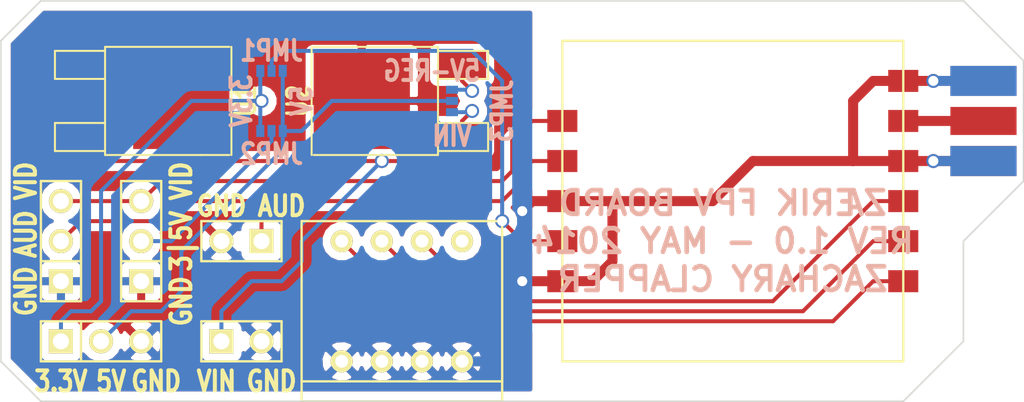
<source format=kicad_pcb>
(kicad_pcb (version 3) (host pcbnew "(2013-07-07 BZR 4022)-stable")

  (general
    (links 38)
    (no_connects 0)
    (area 13.88231 13.919999 80.839 41.469)
    (thickness 1.6)
    (drawings 33)
    (tracks 117)
    (zones 0)
    (modules 14)
    (nets 14)
  )

  (page A3)
  (layers
    (15 F.Cu signal hide)
    (0 B.Cu signal)
    (16 B.Adhes user)
    (17 F.Adhes user)
    (18 B.Paste user)
    (19 F.Paste user)
    (20 B.SilkS user)
    (21 F.SilkS user hide)
    (22 B.Mask user)
    (23 F.Mask user)
    (24 Dwgs.User user)
    (25 Cmts.User user)
    (26 Eco1.User user)
    (27 Eco2.User user)
    (28 Edge.Cuts user)
  )

  (setup
    (last_trace_width 0.254)
    (user_trace_width 0.635)
    (trace_clearance 0.254)
    (zone_clearance 0.508)
    (zone_45_only no)
    (trace_min 0.254)
    (segment_width 0.2)
    (edge_width 0.1)
    (via_size 0.889)
    (via_drill 0.635)
    (via_min_size 0.889)
    (via_min_drill 0.508)
    (uvia_size 0.508)
    (uvia_drill 0.127)
    (uvias_allowed no)
    (uvia_min_size 0.508)
    (uvia_min_drill 0.127)
    (pcb_text_width 0.3)
    (pcb_text_size 1.5 1.5)
    (mod_edge_width 0.15)
    (mod_text_size 1 1)
    (mod_text_width 0.15)
    (pad_size 0.508 0.762)
    (pad_drill 0)
    (pad_to_mask_clearance 0)
    (aux_axis_origin 0 0)
    (visible_elements 7FFFDABF)
    (pcbplotparams
      (layerselection 3178497)
      (usegerberextensions true)
      (excludeedgelayer true)
      (linewidth 0.150000)
      (plotframeref false)
      (viasonmask false)
      (mode 1)
      (useauxorigin false)
      (hpglpennumber 1)
      (hpglpenspeed 20)
      (hpglpendiameter 15)
      (hpglpenoverlay 2)
      (psnegative false)
      (psa4output false)
      (plotreference true)
      (plotvalue true)
      (plotothertext true)
      (plotinvisibletext false)
      (padsonsilk false)
      (subtractmaskfromsilk false)
      (outputformat 1)
      (mirror false)
      (drillshape 1)
      (scaleselection 1)
      (outputdirectory ""))
  )

  (net 0 "")
  (net 1 +3.3V)
  (net 2 +5V)
  (net 3 /AUDIO)
  (net 4 /V++)
  (net 5 /VIDEO)
  (net 6 GND)
  (net 7 N-000001)
  (net 8 N-0000011)
  (net 9 N-000002)
  (net 10 N-000003)
  (net 11 N-000006)
  (net 12 N-000007)
  (net 13 N-000009)

  (net_class Default "This is the default net class."
    (clearance 0.254)
    (trace_width 0.254)
    (via_dia 0.889)
    (via_drill 0.635)
    (uvia_dia 0.508)
    (uvia_drill 0.127)
    (add_net "")
    (add_net +3.3V)
    (add_net +5V)
    (add_net /AUDIO)
    (add_net /V++)
    (add_net /VIDEO)
    (add_net GND)
    (add_net N-000001)
    (add_net N-0000011)
    (add_net N-000002)
    (add_net N-000003)
    (add_net N-000006)
    (add_net N-000007)
    (add_net N-000009)
  )

  (module PIN_ARRAY_3X1 (layer F.Cu) (tedit 5383760A) (tstamp 53825B5C)
    (at 22.86 29.21 90)
    (descr "Connecteur 3 pins")
    (tags "CONN DEV")
    (path /5381641C)
    (fp_text reference K1 (at 0.254 -2.159 90) (layer F.SilkS) hide
      (effects (font (size 1.016 1.016) (thickness 0.1524)))
    )
    (fp_text value CONN_3 (at 0 -2.159 90) (layer F.SilkS) hide
      (effects (font (size 1.016 1.016) (thickness 0.1524)))
    )
    (fp_line (start -3.81 1.27) (end -3.81 -1.27) (layer F.SilkS) (width 0.1524))
    (fp_line (start -3.81 -1.27) (end 3.81 -1.27) (layer F.SilkS) (width 0.1524))
    (fp_line (start 3.81 -1.27) (end 3.81 1.27) (layer F.SilkS) (width 0.1524))
    (fp_line (start 3.81 1.27) (end -3.81 1.27) (layer F.SilkS) (width 0.1524))
    (fp_line (start -1.27 -1.27) (end -1.27 1.27) (layer F.SilkS) (width 0.1524))
    (pad 1 thru_hole rect (at -2.54 0 90) (size 1.524 1.524) (drill 1.016)
      (layers *.Cu *.Mask F.SilkS)
      (net 6 GND)
    )
    (pad 2 thru_hole circle (at 0 0 90) (size 1.524 1.524) (drill 1.016)
      (layers *.Cu *.Mask F.SilkS)
      (net 8 N-0000011)
    )
    (pad 3 thru_hole circle (at 2.54 0 90) (size 1.524 1.524) (drill 1.016)
      (layers *.Cu *.Mask F.SilkS)
      (net 5 /VIDEO)
    )
    (model pin_array/pins_array_3x1.wrl
      (at (xyz 0 0 0))
      (scale (xyz 1 1 1))
      (rotate (xyz 0 0 0))
    )
  )

  (module PIN_ARRAY_3X1 (layer F.Cu) (tedit 53837486) (tstamp 53825B68)
    (at 17.78 29.21 90)
    (descr "Connecteur 3 pins")
    (tags "CONN DEV")
    (path /53818345)
    (fp_text reference K2 (at 0.254 -2.159 90) (layer F.SilkS) hide
      (effects (font (size 1.016 1.016) (thickness 0.1524)))
    )
    (fp_text value CONN_3 (at 0 -2.159 90) (layer F.SilkS) hide
      (effects (font (size 1.016 1.016) (thickness 0.1524)))
    )
    (fp_line (start -3.81 1.27) (end -3.81 -1.27) (layer F.SilkS) (width 0.1524))
    (fp_line (start -3.81 -1.27) (end 3.81 -1.27) (layer F.SilkS) (width 0.1524))
    (fp_line (start 3.81 -1.27) (end 3.81 1.27) (layer F.SilkS) (width 0.1524))
    (fp_line (start 3.81 1.27) (end -3.81 1.27) (layer F.SilkS) (width 0.1524))
    (fp_line (start -1.27 -1.27) (end -1.27 1.27) (layer F.SilkS) (width 0.1524))
    (pad 1 thru_hole rect (at -2.54 0 90) (size 1.524 1.524) (drill 1.016)
      (layers *.Cu *.Mask F.SilkS)
      (net 6 GND)
    )
    (pad 2 thru_hole circle (at 0 0 90) (size 1.524 1.524) (drill 1.016)
      (layers *.Cu *.Mask F.SilkS)
      (net 3 /AUDIO)
    )
    (pad 3 thru_hole circle (at 2.54 0 90) (size 1.524 1.524) (drill 1.016)
      (layers *.Cu *.Mask F.SilkS)
      (net 5 /VIDEO)
    )
    (model pin_array/pins_array_3x1.wrl
      (at (xyz 0 0 0))
      (scale (xyz 1 1 1))
      (rotate (xyz 0 0 0))
    )
  )

  (module PIN_ARRAY_3X1 (layer F.Cu) (tedit 53837613) (tstamp 53825B74)
    (at 20.32 35.56)
    (descr "Connecteur 3 pins")
    (tags "CONN DEV")
    (path /53818379)
    (fp_text reference K3 (at 0.254 -2.159) (layer F.SilkS) hide
      (effects (font (size 1.016 1.016) (thickness 0.1524)))
    )
    (fp_text value CONN_3 (at 0 -2.159) (layer F.SilkS) hide
      (effects (font (size 1.016 1.016) (thickness 0.1524)))
    )
    (fp_line (start -3.81 1.27) (end -3.81 -1.27) (layer F.SilkS) (width 0.1524))
    (fp_line (start -3.81 -1.27) (end 3.81 -1.27) (layer F.SilkS) (width 0.1524))
    (fp_line (start 3.81 -1.27) (end 3.81 1.27) (layer F.SilkS) (width 0.1524))
    (fp_line (start 3.81 1.27) (end -3.81 1.27) (layer F.SilkS) (width 0.1524))
    (fp_line (start -1.27 -1.27) (end -1.27 1.27) (layer F.SilkS) (width 0.1524))
    (pad 1 thru_hole rect (at -2.54 0) (size 1.524 1.524) (drill 1.016)
      (layers *.Cu *.Mask F.SilkS)
      (net 1 +3.3V)
    )
    (pad 2 thru_hole circle (at 0 0) (size 1.524 1.524) (drill 1.016)
      (layers *.Cu *.Mask F.SilkS)
      (net 2 +5V)
    )
    (pad 3 thru_hole circle (at 2.54 0) (size 1.524 1.524) (drill 1.016)
      (layers *.Cu *.Mask F.SilkS)
      (net 6 GND)
    )
    (model pin_array/pins_array_3x1.wrl
      (at (xyz 0 0 0))
      (scale (xyz 1 1 1))
      (rotate (xyz 0 0 0))
    )
  )

  (module PIN_ARRAY_2X1 (layer F.Cu) (tedit 53837620) (tstamp 53825B7E)
    (at 29.21 35.56)
    (descr "Connecteurs 2 pins")
    (tags "CONN DEV")
    (path /53815D0B)
    (fp_text reference P1 (at 0 -1.905) (layer F.SilkS) hide
      (effects (font (size 0.762 0.762) (thickness 0.1524)))
    )
    (fp_text value CONN_2 (at 0 -1.905) (layer F.SilkS) hide
      (effects (font (size 0.762 0.762) (thickness 0.1524)))
    )
    (fp_line (start -2.54 1.27) (end -2.54 -1.27) (layer F.SilkS) (width 0.1524))
    (fp_line (start -2.54 -1.27) (end 2.54 -1.27) (layer F.SilkS) (width 0.1524))
    (fp_line (start 2.54 -1.27) (end 2.54 1.27) (layer F.SilkS) (width 0.1524))
    (fp_line (start 2.54 1.27) (end -2.54 1.27) (layer F.SilkS) (width 0.1524))
    (pad 1 thru_hole rect (at -1.27 0) (size 1.524 1.524) (drill 1.016)
      (layers *.Cu *.Mask F.SilkS)
      (net 4 /V++)
    )
    (pad 2 thru_hole circle (at 1.27 0) (size 1.524 1.524) (drill 1.016)
      (layers *.Cu *.Mask F.SilkS)
      (net 6 GND)
    )
    (model pin_array/pins_array_2x1.wrl
      (at (xyz 0 0 0))
      (scale (xyz 1 1 1))
      (rotate (xyz 0 0 0))
    )
  )

  (module PIN_ARRAY_2X1 (layer F.Cu) (tedit 5383761B) (tstamp 53825B88)
    (at 29.21 29.21 180)
    (descr "Connecteurs 2 pins")
    (tags "CONN DEV")
    (path /5381644E)
    (fp_text reference P2 (at 0 -1.905 180) (layer F.SilkS) hide
      (effects (font (size 0.762 0.762) (thickness 0.1524)))
    )
    (fp_text value CONN_2 (at 0 -1.905 180) (layer F.SilkS) hide
      (effects (font (size 0.762 0.762) (thickness 0.1524)))
    )
    (fp_line (start -2.54 1.27) (end -2.54 -1.27) (layer F.SilkS) (width 0.1524))
    (fp_line (start -2.54 -1.27) (end 2.54 -1.27) (layer F.SilkS) (width 0.1524))
    (fp_line (start 2.54 -1.27) (end 2.54 1.27) (layer F.SilkS) (width 0.1524))
    (fp_line (start 2.54 1.27) (end -2.54 1.27) (layer F.SilkS) (width 0.1524))
    (pad 1 thru_hole rect (at -1.27 0 180) (size 1.524 1.524) (drill 1.016)
      (layers *.Cu *.Mask F.SilkS)
      (net 3 /AUDIO)
    )
    (pad 2 thru_hole circle (at 1.27 0 180) (size 1.524 1.524) (drill 1.016)
      (layers *.Cu *.Mask F.SilkS)
      (net 6 GND)
    )
    (model pin_array/pins_array_2x1.wrl
      (at (xyz 0 0 0))
      (scale (xyz 1 1 1))
      (rotate (xyz 0 0 0))
    )
  )

  (module 4-SW_DIP (layer F.Cu) (tedit 538375E9) (tstamp 53825BBF)
    (at 39.37 33.02)
    (path /5381A201)
    (fp_text reference SW3 (at 0 -6.35) (layer F.SilkS) hide
      (effects (font (size 1 1) (thickness 0.15)))
    )
    (fp_text value 4-SW_DIP (at 0 7.62) (layer F.SilkS) hide
      (effects (font (size 1 1) (thickness 0.15)))
    )
    (fp_line (start -6.35 5.08) (end -6.35 6.35) (layer F.SilkS) (width 0.15))
    (fp_line (start -6.35 6.35) (end 6.35 6.35) (layer F.SilkS) (width 0.15))
    (fp_line (start 6.35 6.35) (end 6.35 5.08) (layer F.SilkS) (width 0.15))
    (fp_line (start -6.35 -5.08) (end 6.35 -5.08) (layer F.SilkS) (width 0.15))
    (fp_line (start 6.35 -5.08) (end 6.35 5.08) (layer F.SilkS) (width 0.15))
    (fp_line (start 6.35 5.08) (end -6.35 5.08) (layer F.SilkS) (width 0.15))
    (fp_line (start -6.35 5.08) (end -6.35 -5.08) (layer F.SilkS) (width 0.15))
    (pad 1 thru_hole circle (at -3.81 -3.81) (size 1.397 1.397) (drill 0.8128)
      (layers *.Cu *.Mask F.SilkS)
      (net 9 N-000002)
    )
    (pad 2 thru_hole circle (at -1.27 -3.81) (size 1.397 1.397) (drill 0.8128)
      (layers *.Cu *.Mask F.SilkS)
      (net 7 N-000001)
    )
    (pad 3 thru_hole circle (at 1.27 -3.81) (size 1.397 1.397) (drill 0.8128)
      (layers *.Cu *.Mask F.SilkS)
      (net 10 N-000003)
    )
    (pad 4 thru_hole circle (at 3.81 -3.81) (size 1.397 1.397) (drill 0.8128)
      (layers *.Cu *.Mask F.SilkS)
    )
    (pad 5 thru_hole circle (at -3.81 3.81) (size 1.397 1.397) (drill 0.8128)
      (layers *.Cu *.Mask F.SilkS)
      (net 6 GND)
    )
    (pad 6 thru_hole circle (at -1.27 3.81) (size 1.397 1.397) (drill 0.8128)
      (layers *.Cu *.Mask F.SilkS)
      (net 6 GND)
    )
    (pad 7 thru_hole circle (at 1.27 3.81) (size 1.397 1.397) (drill 0.8128)
      (layers *.Cu *.Mask F.SilkS)
      (net 6 GND)
    )
    (pad 8 thru_hole circle (at 3.81 3.81) (size 1.397 1.397) (drill 0.8128)
      (layers *.Cu *.Mask F.SilkS)
      (net 6 GND)
    )
  )

  (module TX_5800_200 (layer F.Cu) (tedit 538375F0) (tstamp 53825E7B)
    (at 60.96 26.67)
    (path /53818C31)
    (fp_text reference U3 (at 0 -11.43) (layer F.SilkS) hide
      (effects (font (size 1 1) (thickness 0.15)))
    )
    (fp_text value TX-5800-200 (at 0 11.43) (layer F.SilkS) hide
      (effects (font (size 1 1) (thickness 0.15)))
    )
    (fp_line (start -11.43 8.89) (end -11.43 10.16) (layer F.SilkS) (width 0.15))
    (fp_line (start -11.43 10.16) (end 10.16 10.16) (layer F.SilkS) (width 0.15))
    (fp_line (start 10.16 10.16) (end 10.16 8.89) (layer F.SilkS) (width 0.15))
    (fp_line (start 10.16 -10.16) (end 10.16 -8.89) (layer F.SilkS) (width 0.15))
    (fp_line (start 10.16 -10.16) (end -11.43 -10.16) (layer F.SilkS) (width 0.15))
    (fp_line (start -11.43 -10.16) (end -11.43 -8.89) (layer F.SilkS) (width 0.15))
    (fp_line (start -11.43 -8.89) (end -11.43 8.89) (layer F.SilkS) (width 0.15))
    (fp_line (start 10.16 8.89) (end 10.16 -8.89) (layer F.SilkS) (width 0.15))
    (pad 1 smd rect (at -11.43 -5.08) (size 1.905 1.397)
      (layers F.Cu F.Paste F.Mask)
      (net 5 /VIDEO)
    )
    (pad 2 smd rect (at -11.43 -2.54) (size 1.905 1.397)
      (layers F.Cu F.Paste F.Mask)
      (net 3 /AUDIO)
    )
    (pad 3 smd rect (at -11.43 0) (size 1.905 1.397)
      (layers F.Cu F.Paste F.Mask)
      (net 6 GND)
    )
    (pad 4 smd rect (at -11.43 2.54) (size 1.905 1.397)
      (layers F.Cu F.Paste F.Mask)
      (net 13 N-000009)
    )
    (pad 5 smd rect (at -11.43 5.08) (size 1.905 1.397)
      (layers F.Cu F.Paste F.Mask)
      (net 6 GND)
    )
    (pad 6 smd rect (at 10.16 5.08) (size 1.905 1.397)
      (layers F.Cu F.Paste F.Mask)
      (net 9 N-000002)
    )
    (pad 7 smd rect (at 10.16 2.54) (size 1.905 1.397)
      (layers F.Cu F.Paste F.Mask)
      (net 7 N-000001)
    )
    (pad 8 smd rect (at 10.16 0) (size 1.905 1.397)
      (layers F.Cu F.Paste F.Mask)
      (net 10 N-000003)
    )
    (pad 9 smd rect (at 10.16 -2.54) (size 1.905 1.397)
      (layers F.Cu F.Paste F.Mask)
      (net 6 GND)
    )
    (pad 10 smd rect (at 10.16 -5.08) (size 1.905 1.397)
      (layers F.Cu F.Paste F.Mask)
      (net 11 N-000006)
    )
    (pad 11 smd rect (at 10.16 -7.62) (size 1.905 1.397)
      (layers F.Cu F.Paste F.Mask)
      (net 6 GND)
    )
  )

  (module DPAK2_L78M05 (layer F.Cu) (tedit 53826593) (tstamp 538264C8)
    (at 43.18 20.32 90)
    (descr "MOS boitier DPACK G-D-S")
    (tags "CMD DPACK")
    (path /5381889D)
    (attr smd)
    (fp_text reference U2 (at 0 -10.414 90) (layer F.SilkS)
      (effects (font (size 1.27 1.016) (thickness 0.2032)))
    )
    (fp_text value L78M05 (at 0 -2.413 90) (layer F.SilkS) hide
      (effects (font (size 1.016 1.016) (thickness 0.2032)))
    )
    (fp_line (start 1.397 -1.524) (end 1.397 1.651) (layer F.SilkS) (width 0.127))
    (fp_line (start 1.397 1.651) (end 3.175 1.651) (layer F.SilkS) (width 0.127))
    (fp_line (start 3.175 1.651) (end 3.175 -1.524) (layer F.SilkS) (width 0.127))
    (fp_line (start -3.175 -1.524) (end -3.175 1.651) (layer F.SilkS) (width 0.127))
    (fp_line (start -3.175 1.651) (end -1.397 1.651) (layer F.SilkS) (width 0.127))
    (fp_line (start -1.397 1.651) (end -1.397 -1.524) (layer F.SilkS) (width 0.127))
    (fp_line (start 3.429 -7.62) (end 3.429 -1.524) (layer F.SilkS) (width 0.127))
    (fp_line (start 3.429 -1.524) (end -3.429 -1.524) (layer F.SilkS) (width 0.127))
    (fp_line (start -3.429 -1.524) (end -3.429 -9.398) (layer F.SilkS) (width 0.127))
    (fp_line (start -3.429 -9.525) (end 3.429 -9.525) (layer F.SilkS) (width 0.127))
    (fp_line (start 3.429 -9.398) (end 3.429 -7.62) (layer F.SilkS) (width 0.127))
    (pad VI smd rect (at -2.286 0 90) (size 1.651 3.048)
      (layers F.Cu F.Paste F.Mask)
      (net 4 /V++)
    )
    (pad GND smd rect (at 0 -6.35 90) (size 6.096 6.096)
      (layers F.Cu F.Paste F.Mask)
      (net 6 GND)
    )
    (pad VO smd rect (at 2.286 0 90) (size 1.651 3.048)
      (layers F.Cu F.Paste F.Mask)
      (net 12 N-000007)
    )
    (model smd/dpack_2.wrl
      (at (xyz 0 0 0))
      (scale (xyz 1 1 1))
      (rotate (xyz 0 0 0))
    )
  )

  (module DPAK2_LD1117DT33 (layer F.Cu) (tedit 53826589) (tstamp 53826545)
    (at 19.05 20.32 270)
    (descr "MOS boitier DPACK G-D-S")
    (tags "CMD DPACK")
    (path /538187FC)
    (attr smd)
    (fp_text reference U1 (at 0 -10.414 270) (layer F.SilkS)
      (effects (font (size 1.27 1.016) (thickness 0.2032)))
    )
    (fp_text value LD1117DT33 (at 0 -2.413 270) (layer F.SilkS) hide
      (effects (font (size 1 1) (thickness 0.15)))
    )
    (fp_line (start 1.397 -1.524) (end 1.397 1.651) (layer F.SilkS) (width 0.127))
    (fp_line (start 1.397 1.651) (end 3.175 1.651) (layer F.SilkS) (width 0.127))
    (fp_line (start 3.175 1.651) (end 3.175 -1.524) (layer F.SilkS) (width 0.127))
    (fp_line (start -3.175 -1.524) (end -3.175 1.651) (layer F.SilkS) (width 0.127))
    (fp_line (start -3.175 1.651) (end -1.397 1.651) (layer F.SilkS) (width 0.127))
    (fp_line (start -1.397 1.651) (end -1.397 -1.524) (layer F.SilkS) (width 0.127))
    (fp_line (start 3.429 -7.62) (end 3.429 -1.524) (layer F.SilkS) (width 0.127))
    (fp_line (start 3.429 -1.524) (end -3.429 -1.524) (layer F.SilkS) (width 0.127))
    (fp_line (start -3.429 -1.524) (end -3.429 -9.398) (layer F.SilkS) (width 0.127))
    (fp_line (start -3.429 -9.525) (end 3.429 -9.525) (layer F.SilkS) (width 0.127))
    (fp_line (start 3.429 -9.398) (end 3.429 -7.62) (layer F.SilkS) (width 0.127))
    (pad GND smd rect (at -2.286 0 270) (size 1.651 3.048)
      (layers F.Cu F.Paste F.Mask)
      (net 6 GND)
    )
    (pad VO smd rect (at 0 -6.35 270) (size 6.096 6.096)
      (layers F.Cu F.Paste F.Mask)
      (net 1 +3.3V)
    )
    (pad VI smd rect (at 2.286 0 270) (size 1.651 3.048)
      (layers F.Cu F.Paste F.Mask)
      (net 4 /V++)
    )
    (model smd/dpack_2.wrl
      (at (xyz 0 0 0))
      (scale (xyz 1 1 1))
      (rotate (xyz 0 0 0))
    )
  )

  (module RP-SMA_board_mount (layer F.Cu) (tedit 538373AB) (tstamp 53826DF6)
    (at 76.2 21.59 90)
    (path /53826CEB)
    (fp_text reference K4 (at -5.08 0 90) (layer F.SilkS) hide
      (effects (font (size 1 1) (thickness 0.15)))
    )
    (fp_text value CONN_3 (at 0 3.81 90) (layer F.SilkS) hide
      (effects (font (size 1 1) (thickness 0.15)))
    )
    (pad 1 smd rect (at -2.54 0 90) (size 1.905 4.191)
      (layers F.Cu F.Paste F.Mask)
      (net 6 GND)
    )
    (pad 2 smd rect (at 0 0 90) (size 1.778 4.191)
      (layers F.Cu F.Paste F.Mask)
      (net 11 N-000006)
    )
    (pad 3 smd rect (at 2.54 0 90) (size 1.905 4.191)
      (layers F.Cu F.Paste F.Mask)
      (net 6 GND)
    )
  )

  (module RP-SMA_board_mount_back (layer B.Cu) (tedit 538523D4) (tstamp 53842EED)
    (at 76.2 21.59 90)
    (path /53826CEB)
    (fp_text reference KB4 (at 0 3.81 90) (layer B.SilkS) hide
      (effects (font (size 1 1) (thickness 0.15)) (justify mirror))
    )
    (fp_text value CONN_3 (at 0 -3.81 90) (layer B.SilkS) hide
      (effects (font (size 1 1) (thickness 0.15)) (justify mirror))
    )
    (pad 1 smd rect (at -2.54 0 90) (size 1.905 4.191)
      (layers B.Cu B.Paste B.Mask)
      (net 6 GND)
    )
    (pad 3 smd rect (at 2.54 0 90) (size 1.905 4.191)
      (layers B.Cu B.Paste B.Mask)
      (net 6 GND)
    )
  )

  (module solder_jumper_3 (layer B.Cu) (tedit 53853788) (tstamp 538521DE)
    (at 42.545 20.32 90)
    (path /53851F8C)
    (fp_text reference SW4 (at 0 1.905 90) (layer B.SilkS) hide
      (effects (font (size 1 1) (thickness 0.15)) (justify mirror))
    )
    (fp_text value SWITCH_INV (at 0 -1.905 90) (layer B.SilkS) hide
      (effects (font (size 1 1) (thickness 0.15)) (justify mirror))
    )
    (pad 3 smd rect (at 0.7112 0 90) (size 0.508 0.762)
      (layers B.Cu B.Paste B.Mask)
      (net 12 N-000007)
      (clearance 0.0254)
    )
    (pad 2 smd rect (at 0 0 90) (size 0.508 0.762)
      (layers B.Cu B.Paste B.Mask)
      (net 2 +5V)
      (clearance 0.0254)
    )
    (pad 1 smd rect (at -0.7112 0 90) (size 0.508 0.762)
      (layers B.Cu B.Paste B.Mask)
      (net 4 /V++)
      (clearance 0.0254)
    )
  )

  (module solder_jumper_3 (layer B.Cu) (tedit 53853783) (tstamp 538523B2)
    (at 31.115 22.225)
    (path /5381A7B1)
    (fp_text reference SW1 (at 0 1.905) (layer B.SilkS) hide
      (effects (font (size 1 1) (thickness 0.15)) (justify mirror))
    )
    (fp_text value SWITCH_INV (at 0 -1.905) (layer B.SilkS) hide
      (effects (font (size 1 1) (thickness 0.15)) (justify mirror))
    )
    (pad 3 smd rect (at 0.7112 0) (size 0.508 0.762)
      (layers B.Cu B.Paste B.Mask)
      (net 2 +5V)
      (clearance 0.0254)
    )
    (pad 2 smd rect (at 0 0) (size 0.508 0.762)
      (layers B.Cu B.Paste B.Mask)
      (net 8 N-0000011)
      (clearance 0.0254)
    )
    (pad 1 smd rect (at -0.7112 0) (size 0.508 0.762)
      (layers B.Cu B.Paste B.Mask)
      (net 1 +3.3V)
      (clearance 0.0254)
    )
  )

  (module solder_jumper_3 (layer B.Cu) (tedit 5385377D) (tstamp 538523B9)
    (at 31.115 18.415)
    (path /5381A7CF)
    (fp_text reference SW2 (at 0 1.905) (layer B.SilkS) hide
      (effects (font (size 1 1) (thickness 0.15)) (justify mirror))
    )
    (fp_text value SWITCH_INV (at 0 -1.905) (layer B.SilkS) hide
      (effects (font (size 1 1) (thickness 0.15)) (justify mirror))
    )
    (pad 3 smd rect (at 0.7112 0) (size 0.508 0.762)
      (layers B.Cu B.Paste B.Mask)
      (net 2 +5V)
      (clearance 0.0254)
    )
    (pad 2 smd rect (at 0 0) (size 0.508 0.762)
      (layers B.Cu B.Paste B.Mask)
      (net 13 N-000009)
      (clearance 0.0254)
    )
    (pad 1 smd rect (at -0.7112 0) (size 0.508 0.762)
      (layers B.Cu B.Paste B.Mask)
      (net 1 +3.3V)
      (clearance 0.0254)
    )
  )

  (gr_text "ZÆRIK FPV BOARD\nREV 1.0 - MAY 2014\nZACHARY CLAPPER" (at 59.69 29.21) (layer B.SilkS)
    (effects (font (size 1.5 1.5) (thickness 0.3)) (justify mirror))
  )
  (gr_text JMP3 (at 45.72 20.955 90) (layer B.SilkS)
    (effects (font (size 1.27 1.016) (thickness 0.254)) (justify mirror))
  )
  (gr_text JMP2 (at 31.115 23.6855) (layer B.SilkS)
    (effects (font (size 1.27 1.016) (thickness 0.254)) (justify mirror))
  )
  (gr_text JMP1 (at 31.115 17.145) (layer B.SilkS)
    (effects (font (size 1.27 1.016) (thickness 0.254)) (justify mirror))
  )
  (gr_text 5V-REG (at 41.275 18.415) (layer B.SilkS)
    (effects (font (size 1.27 1.016) (thickness 0.254)) (justify mirror))
  )
  (gr_text VIN (at 42.545 22.5425) (layer B.SilkS)
    (effects (font (size 1.27 1.016) (thickness 0.254)) (justify mirror))
  )
  (gr_text 5V (at 33.02 20.32 90) (layer B.SilkS)
    (effects (font (size 1.27 1.016) (thickness 0.254)) (justify mirror))
  )
  (gr_text 3.3V (at 29.21 20.32 90) (layer B.SilkS)
    (effects (font (size 1.27 1.016) (thickness 0.254)) (justify mirror))
  )
  (gr_text 3|5V (at 25.4 29.21 90) (layer F.SilkS)
    (effects (font (size 1.27 1.016) (thickness 0.254)))
  )
  (gr_text GND (at 27.94 26.9875) (layer F.SilkS)
    (effects (font (size 1.27 1.016) (thickness 0.254)))
  )
  (gr_text 5V (at 20.955 38.1) (layer F.SilkS)
    (effects (font (size 1.27 1.016) (thickness 0.254)))
  )
  (gr_text 3.3V (at 17.78 38.1) (layer F.SilkS)
    (effects (font (size 1.27 1.016) (thickness 0.254)))
  )
  (gr_text VID (at 25.4 25.4 90) (layer F.SilkS)
    (effects (font (size 1.27 1.016) (thickness 0.254)))
  )
  (gr_text GND (at 25.4 33.02 90) (layer F.SilkS)
    (effects (font (size 1.27 1.016) (thickness 0.254)))
  )
  (gr_text GND (at 23.8125 38.1) (layer F.SilkS)
    (effects (font (size 1.27 1.016) (thickness 0.254)))
  )
  (gr_text GND (at 15.5575 32.385 90) (layer F.SilkS)
    (effects (font (size 1.27 1.016) (thickness 0.254)))
  )
  (gr_text AUD (at 15.5575 28.7655 90) (layer F.SilkS)
    (effects (font (size 1.27 1.016) (thickness 0.254)))
  )
  (gr_text VID (at 15.5575 25.4 90) (layer F.SilkS)
    (effects (font (size 1.27 1.016) (thickness 0.254)))
  )
  (gr_text VIN (at 27.6225 38.1) (layer F.SilkS)
    (effects (font (size 1.27 1.016) (thickness 0.254)))
  )
  (gr_text GND (at 31.115 38.1) (layer F.SilkS)
    (effects (font (size 1.27 1.016) (thickness 0.254)))
  )
  (gr_text AUD (at 31.75 26.9875) (layer F.SilkS)
    (effects (font (size 1.27 1.016) (thickness 0.254)))
  )
  (gr_line (start 74.93 35.56) (end 71.12 39.37) (angle 90) (layer Edge.Cuts) (width 0.1))
  (gr_line (start 74.93 29.21) (end 74.93 35.56) (angle 90) (layer Edge.Cuts) (width 0.1))
  (gr_line (start 78.74 25.4) (end 74.93 29.21) (angle 90) (layer Edge.Cuts) (width 0.1))
  (gr_line (start 74.93 13.97) (end 71.12 13.97) (angle 90) (layer Edge.Cuts) (width 0.1))
  (gr_line (start 77.47 16.51) (end 74.93 13.97) (angle 90) (layer Edge.Cuts) (width 0.1))
  (gr_line (start 78.74 17.78) (end 78.74 25.4) (angle 90) (layer Edge.Cuts) (width 0.1))
  (gr_line (start 77.47 16.51) (end 78.74 17.78) (angle 90) (layer Edge.Cuts) (width 0.1))
  (gr_line (start 13.97 16.51) (end 13.97 36.83) (angle 90) (layer Edge.Cuts) (width 0.1))
  (gr_line (start 16.51 39.37) (end 13.97 36.83) (angle 90) (layer Edge.Cuts) (width 0.1))
  (gr_line (start 71.12 39.37) (end 16.51 39.37) (angle 90) (layer Edge.Cuts) (width 0.1))
  (gr_line (start 16.51 13.97) (end 71.12 13.97) (angle 90) (layer Edge.Cuts) (width 0.1))
  (gr_line (start 13.97 16.51) (end 16.51 13.97) (angle 90) (layer Edge.Cuts) (width 0.1))

  (segment (start 17.78 35.56) (end 17.78 34.29) (width 0.254) (layer B.Cu) (net 1))
  (segment (start 26.035 20.32) (end 30.48 20.32) (width 0.254) (layer B.Cu) (net 1) (tstamp 53852A87))
  (segment (start 20.32 26.035) (end 26.035 20.32) (width 0.254) (layer B.Cu) (net 1) (tstamp 53852A7E))
  (segment (start 20.32 33.02) (end 20.32 26.035) (width 0.254) (layer B.Cu) (net 1) (tstamp 53852A77))
  (segment (start 19.685 33.655) (end 20.32 33.02) (width 0.254) (layer B.Cu) (net 1) (tstamp 53852A74))
  (segment (start 18.415 33.655) (end 19.685 33.655) (width 0.254) (layer B.Cu) (net 1) (tstamp 53852A73))
  (segment (start 17.78 34.29) (end 18.415 33.655) (width 0.254) (layer B.Cu) (net 1) (tstamp 53852A6F))
  (segment (start 30.4038 22.225) (end 30.4038 20.3962) (width 0.254) (layer B.Cu) (net 1))
  (segment (start 30.4038 20.3962) (end 30.48 20.32) (width 0.254) (layer B.Cu) (net 1) (tstamp 538526F2))
  (segment (start 30.4038 18.415) (end 30.4038 20.2438) (width 0.254) (layer B.Cu) (net 1))
  (segment (start 30.4038 20.2438) (end 30.48 20.32) (width 0.254) (layer B.Cu) (net 1) (tstamp 538526EB))
  (segment (start 30.4038 20.3962) (end 30.48 20.32) (width 0.254) (layer B.Cu) (net 1) (tstamp 53852497))
  (segment (start 25.4 20.32) (end 30.48 20.32) (width 0.254) (layer F.Cu) (net 1))
  (via (at 30.48 20.32) (size 0.889) (layers F.Cu B.Cu) (net 1))
  (segment (start 20.32 35.56) (end 22.225 33.655) (width 0.254) (layer B.Cu) (net 2))
  (segment (start 31.8262 23.4188) (end 31.8262 22.225) (width 0.254) (layer B.Cu) (net 2) (tstamp 53852AB6))
  (segment (start 25.4 29.845) (end 31.8262 23.4188) (width 0.254) (layer B.Cu) (net 2) (tstamp 53852AB0))
  (segment (start 25.4 32.385) (end 25.4 29.845) (width 0.254) (layer B.Cu) (net 2) (tstamp 53852AA6))
  (segment (start 24.13 33.655) (end 25.4 32.385) (width 0.254) (layer B.Cu) (net 2) (tstamp 53852AA0))
  (segment (start 22.225 33.655) (end 24.13 33.655) (width 0.254) (layer B.Cu) (net 2) (tstamp 53852A9D))
  (segment (start 42.545 20.32) (end 34.925 20.32) (width 0.254) (layer B.Cu) (net 2))
  (segment (start 33.02 22.225) (end 31.8262 22.225) (width 0.254) (layer B.Cu) (net 2) (tstamp 538529A9))
  (segment (start 34.925 20.32) (end 33.02 22.225) (width 0.254) (layer B.Cu) (net 2) (tstamp 5385299F))
  (segment (start 31.8262 22.225) (end 31.8262 18.415) (width 0.254) (layer B.Cu) (net 2))
  (segment (start 30.48 29.21) (end 30.48 26.67) (width 0.254) (layer F.Cu) (net 3))
  (segment (start 49.53 24.13) (end 47.625 24.13) (width 0.254) (layer F.Cu) (net 3))
  (segment (start 19.05 27.94) (end 17.78 29.21) (width 0.254) (layer F.Cu) (net 3) (tstamp 53842FEB))
  (segment (start 24.13 27.94) (end 19.05 27.94) (width 0.254) (layer F.Cu) (net 3) (tstamp 53842FE9))
  (segment (start 25.4 26.67) (end 24.13 27.94) (width 0.254) (layer F.Cu) (net 3) (tstamp 53842FE7))
  (segment (start 45.72 26.67) (end 30.48 26.67) (width 0.254) (layer F.Cu) (net 3) (tstamp 53842FE5))
  (segment (start 30.48 26.67) (end 25.4 26.67) (width 0.254) (layer F.Cu) (net 3) (tstamp 538525AA))
  (segment (start 46.99 25.4) (end 45.72 26.67) (width 0.254) (layer F.Cu) (net 3) (tstamp 53842FE4))
  (segment (start 46.99 24.765) (end 46.99 25.4) (width 0.254) (layer F.Cu) (net 3) (tstamp 53842FE3))
  (segment (start 47.625 24.13) (end 46.99 24.765) (width 0.254) (layer F.Cu) (net 3) (tstamp 53842FE2))
  (segment (start 38.1 24.13) (end 40.005 24.13) (width 0.254) (layer F.Cu) (net 4))
  (segment (start 40.894 22.606) (end 43.18 22.606) (width 0.254) (layer F.Cu) (net 4) (tstamp 53852B76))
  (segment (start 40.64 22.86) (end 40.894 22.606) (width 0.254) (layer F.Cu) (net 4) (tstamp 53852B74))
  (segment (start 40.64 23.495) (end 40.64 22.86) (width 0.254) (layer F.Cu) (net 4) (tstamp 53852B72))
  (segment (start 40.005 24.13) (end 40.64 23.495) (width 0.254) (layer F.Cu) (net 4) (tstamp 53852B67))
  (segment (start 19.05 22.606) (end 19.05 24.13) (width 0.254) (layer F.Cu) (net 4))
  (via (at 38.1 24.13) (size 0.889) (layers F.Cu B.Cu) (net 4))
  (segment (start 19.05 24.13) (end 38.1 24.13) (width 0.254) (layer F.Cu) (net 4) (tstamp 53852AF5))
  (segment (start 27.94 35.56) (end 27.94 33.655) (width 0.254) (layer B.Cu) (net 4))
  (segment (start 33.02 29.21) (end 38.1 24.13) (width 0.254) (layer B.Cu) (net 4) (tstamp 53852A33))
  (segment (start 33.02 30.48) (end 33.02 29.21) (width 0.254) (layer B.Cu) (net 4) (tstamp 53852A30))
  (segment (start 31.75 31.75) (end 33.02 30.48) (width 0.254) (layer B.Cu) (net 4) (tstamp 53852A2D))
  (segment (start 29.845 31.75) (end 31.75 31.75) (width 0.254) (layer B.Cu) (net 4) (tstamp 53852A2B))
  (segment (start 27.94 33.655) (end 29.845 31.75) (width 0.254) (layer B.Cu) (net 4) (tstamp 53852A1F))
  (segment (start 42.545 21.0312) (end 43.7388 21.0312) (width 0.254) (layer B.Cu) (net 4))
  (segment (start 43.7388 21.0312) (end 43.815 20.955) (width 0.254) (layer B.Cu) (net 4) (tstamp 53852993))
  (via (at 43.815 20.955) (size 0.889) (layers F.Cu B.Cu) (net 4))
  (segment (start 43.815 20.955) (end 43.18 21.59) (width 0.254) (layer F.Cu) (net 4) (tstamp 53852996))
  (segment (start 43.18 21.59) (end 43.18 22.606) (width 0.254) (layer F.Cu) (net 4) (tstamp 53852997))
  (segment (start 49.53 21.59) (end 47.625 21.59) (width 0.254) (layer F.Cu) (net 5))
  (segment (start 24.13 25.4) (end 22.86 26.67) (width 0.254) (layer F.Cu) (net 5) (tstamp 53842FDD))
  (segment (start 45.72 25.4) (end 24.13 25.4) (width 0.254) (layer F.Cu) (net 5) (tstamp 53842FDC))
  (segment (start 46.355 24.765) (end 45.72 25.4) (width 0.254) (layer F.Cu) (net 5) (tstamp 53842FDB))
  (segment (start 46.355 22.86) (end 46.355 24.765) (width 0.254) (layer F.Cu) (net 5) (tstamp 53842FD9))
  (segment (start 47.625 21.59) (end 46.355 22.86) (width 0.254) (layer F.Cu) (net 5) (tstamp 53842FD7))
  (segment (start 22.86 26.67) (end 17.78 26.67) (width 0.254) (layer F.Cu) (net 5) (tstamp 53842FDF))
  (segment (start 49.53 31.75) (end 46.99 31.75) (width 0.635) (layer F.Cu) (net 6))
  (via (at 46.99 31.75) (size 0.889) (layers F.Cu B.Cu) (net 6))
  (segment (start 49.53 26.67) (end 47.625 26.67) (width 0.635) (layer F.Cu) (net 6))
  (segment (start 47.625 26.67) (end 46.99 27.305) (width 0.635) (layer F.Cu) (net 6) (tstamp 53852D80))
  (via (at 46.99 27.305) (size 0.889) (layers F.Cu B.Cu) (net 6))
  (segment (start 46.99 27.305) (end 46.99 31.75) (width 0.635) (layer B.Cu) (net 6) (tstamp 53852D86))
  (segment (start 45.72 36.83) (end 43.18 36.83) (width 0.635) (layer B.Cu) (net 6) (tstamp 53852D8F))
  (segment (start 46.99 31.75) (end 46.99 35.56) (width 0.635) (layer B.Cu) (net 6) (tstamp 538535EF))
  (segment (start 46.99 35.56) (end 45.72 36.83) (width 0.635) (layer B.Cu) (net 6) (tstamp 53852D87))
  (segment (start 49.53 31.75) (end 51.435 31.75) (width 0.635) (layer F.Cu) (net 6))
  (segment (start 52.705 30.48) (end 52.705 26.67) (width 0.635) (layer F.Cu) (net 6) (tstamp 5385288C))
  (segment (start 51.435 31.75) (end 52.705 30.48) (width 0.635) (layer F.Cu) (net 6) (tstamp 53852888))
  (segment (start 71.12 19.05) (end 69.215 19.05) (width 0.635) (layer F.Cu) (net 6))
  (segment (start 67.945 20.32) (end 67.945 24.13) (width 0.635) (layer F.Cu) (net 6) (tstamp 5385287C))
  (segment (start 69.215 19.05) (end 67.945 20.32) (width 0.635) (layer F.Cu) (net 6) (tstamp 53852873))
  (segment (start 49.53 26.67) (end 52.705 26.67) (width 0.635) (layer F.Cu) (net 6))
  (segment (start 52.705 26.67) (end 59.055 26.67) (width 0.635) (layer F.Cu) (net 6) (tstamp 5385288F))
  (segment (start 59.055 26.67) (end 61.595 24.13) (width 0.635) (layer F.Cu) (net 6) (tstamp 53852867))
  (segment (start 61.595 24.13) (end 67.945 24.13) (width 0.635) (layer F.Cu) (net 6) (tstamp 5385286E))
  (segment (start 67.945 24.13) (end 71.12 24.13) (width 0.635) (layer F.Cu) (net 6) (tstamp 53852882))
  (segment (start 73.025 24.13) (end 76.2 24.13) (width 0.635) (layer F.Cu) (net 6))
  (segment (start 71.12 24.13) (end 73.025 24.13) (width 0.635) (layer F.Cu) (net 6))
  (segment (start 73.025 24.13) (end 76.2 24.13) (width 0.635) (layer B.Cu) (net 6) (tstamp 53842FA3))
  (via (at 73.025 24.13) (size 0.889) (layers F.Cu B.Cu) (net 6))
  (segment (start 73.025 19.05) (end 76.2 19.05) (width 0.635) (layer F.Cu) (net 6))
  (segment (start 71.12 19.05) (end 73.025 19.05) (width 0.635) (layer F.Cu) (net 6))
  (segment (start 73.025 19.05) (end 76.2 19.05) (width 0.635) (layer B.Cu) (net 6) (tstamp 53842F9C))
  (via (at 73.025 19.05) (size 0.889) (layers F.Cu B.Cu) (net 6))
  (segment (start 38.1 29.21) (end 42.545 33.655) (width 0.254) (layer F.Cu) (net 7))
  (segment (start 69.215 29.21) (end 71.12 29.21) (width 0.254) (layer F.Cu) (net 7) (tstamp 53842FCB))
  (segment (start 64.77 33.655) (end 69.215 29.21) (width 0.254) (layer F.Cu) (net 7) (tstamp 53842FC9))
  (segment (start 42.545 33.655) (end 64.77 33.655) (width 0.254) (layer F.Cu) (net 7) (tstamp 53842FC8))
  (segment (start 31.115 22.225) (end 31.115 22.86) (width 0.254) (layer B.Cu) (net 8))
  (segment (start 24.765 29.21) (end 22.86 29.21) (width 0.254) (layer B.Cu) (net 8) (tstamp 53852708))
  (segment (start 31.115 22.86) (end 24.765 29.21) (width 0.254) (layer B.Cu) (net 8) (tstamp 53852702))
  (segment (start 35.56 29.21) (end 40.64 34.29) (width 0.254) (layer F.Cu) (net 9))
  (segment (start 69.215 31.75) (end 71.12 31.75) (width 0.254) (layer F.Cu) (net 9) (tstamp 53842FD1))
  (segment (start 66.675 34.29) (end 69.215 31.75) (width 0.254) (layer F.Cu) (net 9) (tstamp 53842FCF))
  (segment (start 40.64 34.29) (end 66.675 34.29) (width 0.254) (layer F.Cu) (net 9) (tstamp 53842FCE))
  (segment (start 40.64 29.21) (end 44.45 33.02) (width 0.254) (layer F.Cu) (net 10))
  (segment (start 69.215 26.67) (end 71.12 26.67) (width 0.254) (layer F.Cu) (net 10) (tstamp 53842FC5))
  (segment (start 62.865 33.02) (end 69.215 26.67) (width 0.254) (layer F.Cu) (net 10) (tstamp 53842FC3))
  (segment (start 44.45 33.02) (end 62.865 33.02) (width 0.254) (layer F.Cu) (net 10) (tstamp 53842FC2))
  (segment (start 71.12 21.59) (end 76.2 21.59) (width 0.635) (layer F.Cu) (net 11))
  (segment (start 42.545 19.6088) (end 43.7388 19.6088) (width 0.254) (layer B.Cu) (net 12))
  (segment (start 43.18 19.05) (end 43.18 18.034) (width 0.254) (layer F.Cu) (net 12) (tstamp 5385298C))
  (segment (start 43.815 19.685) (end 43.18 19.05) (width 0.254) (layer F.Cu) (net 12) (tstamp 5385298B))
  (via (at 43.815 19.685) (size 0.889) (layers F.Cu B.Cu) (net 12))
  (segment (start 43.7388 19.6088) (end 43.815 19.685) (width 0.254) (layer B.Cu) (net 12) (tstamp 53852988))
  (segment (start 49.53 29.21) (end 46.99 29.21) (width 0.254) (layer F.Cu) (net 13))
  (segment (start 31.115 17.78) (end 31.115 18.415) (width 0.254) (layer B.Cu) (net 13) (tstamp 538529FE))
  (segment (start 31.75 17.145) (end 31.115 17.78) (width 0.254) (layer B.Cu) (net 13) (tstamp 538529FD))
  (segment (start 43.815 17.145) (end 31.75 17.145) (width 0.254) (layer B.Cu) (net 13) (tstamp 538529EF))
  (segment (start 45.72 19.05) (end 43.815 17.145) (width 0.254) (layer B.Cu) (net 13) (tstamp 538529EA))
  (segment (start 45.72 27.94) (end 45.72 19.05) (width 0.254) (layer B.Cu) (net 13) (tstamp 538529E9))
  (via (at 45.72 27.94) (size 0.889) (layers F.Cu B.Cu) (net 13))
  (segment (start 46.99 29.21) (end 45.72 27.94) (width 0.254) (layer F.Cu) (net 13) (tstamp 538529D8))

  (zone (net 6) (net_name GND) (layer F.Cu) (tstamp 53852BCB) (hatch edge 0.508)
    (connect_pads (clearance 0.508))
    (min_thickness 0.254)
    (fill (arc_segments 16) (thermal_gap 0.508) (thermal_bridge_width 0.508))
    (polygon
      (pts
        (xy 47.625 38.735) (xy 16.51 38.735) (xy 14.605 36.83) (xy 14.605 16.51) (xy 16.51 14.605)
        (xy 47.625 14.605)
      )
    )
    (filled_polygon
      (pts
        (xy 47.498 28.448) (xy 47.30563 28.448) (xy 46.799499 27.941868) (xy 46.799687 27.726216) (xy 46.635689 27.329311)
        (xy 46.387221 27.080409) (xy 47.498 25.96963) (xy 47.498 28.448)
      )
    )
    (filled_polygon
      (pts
        (xy 47.498 38.608) (xy 44.525924 38.608) (xy 44.525924 37.02252) (xy 44.497146 36.492802) (xy 44.349798 36.137072)
        (xy 44.114186 36.075419) (xy 43.934581 36.255024) (xy 43.934581 35.895814) (xy 43.872928 35.660202) (xy 43.37252 35.484076)
        (xy 42.842802 35.512854) (xy 42.487072 35.660202) (xy 42.425419 35.895814) (xy 43.18 36.650395) (xy 43.934581 35.895814)
        (xy 43.934581 36.255024) (xy 43.359605 36.83) (xy 44.114186 37.584581) (xy 44.349798 37.522928) (xy 44.525924 37.02252)
        (xy 44.525924 38.608) (xy 43.934581 38.608) (xy 43.934581 37.764186) (xy 43.18 37.009605) (xy 43.000395 37.18921)
        (xy 43.000395 36.83) (xy 42.245814 36.075419) (xy 42.010202 36.137072) (xy 41.91814 36.398635) (xy 41.809798 36.137072)
        (xy 41.574186 36.075419) (xy 41.394581 36.255024) (xy 41.394581 35.895814) (xy 41.332928 35.660202) (xy 40.83252 35.484076)
        (xy 40.302802 35.512854) (xy 39.947072 35.660202) (xy 39.885419 35.895814) (xy 40.64 36.650395) (xy 41.394581 35.895814)
        (xy 41.394581 36.255024) (xy 40.819605 36.83) (xy 41.574186 37.584581) (xy 41.809798 37.522928) (xy 41.901859 37.261364)
        (xy 42.010202 37.522928) (xy 42.245814 37.584581) (xy 43.000395 36.83) (xy 43.000395 37.18921) (xy 42.425419 37.764186)
        (xy 42.487072 37.999798) (xy 42.98748 38.175924) (xy 43.517198 38.147146) (xy 43.872928 37.999798) (xy 43.934581 37.764186)
        (xy 43.934581 38.608) (xy 41.394581 38.608) (xy 41.394581 37.764186) (xy 40.64 37.009605) (xy 40.460395 37.18921)
        (xy 40.460395 36.83) (xy 39.705814 36.075419) (xy 39.470202 36.137072) (xy 39.37814 36.398635) (xy 39.269798 36.137072)
        (xy 39.034186 36.075419) (xy 38.854581 36.255024) (xy 38.854581 35.895814) (xy 38.792928 35.660202) (xy 38.29252 35.484076)
        (xy 37.762802 35.512854) (xy 37.407072 35.660202) (xy 37.345419 35.895814) (xy 38.1 36.650395) (xy 38.854581 35.895814)
        (xy 38.854581 36.255024) (xy 38.279605 36.83) (xy 39.034186 37.584581) (xy 39.269798 37.522928) (xy 39.361859 37.261364)
        (xy 39.470202 37.522928) (xy 39.705814 37.584581) (xy 40.460395 36.83) (xy 40.460395 37.18921) (xy 39.885419 37.764186)
        (xy 39.947072 37.999798) (xy 40.44748 38.175924) (xy 40.977198 38.147146) (xy 41.332928 37.999798) (xy 41.394581 37.764186)
        (xy 41.394581 38.608) (xy 38.854581 38.608) (xy 38.854581 37.764186) (xy 38.1 37.009605) (xy 37.920395 37.18921)
        (xy 37.920395 36.83) (xy 37.165814 36.075419) (xy 36.930202 36.137072) (xy 36.83814 36.398635) (xy 36.729798 36.137072)
        (xy 36.494186 36.075419) (xy 36.314581 36.255024) (xy 36.314581 35.895814) (xy 36.252928 35.660202) (xy 35.75252 35.484076)
        (xy 35.222802 35.512854) (xy 34.867072 35.660202) (xy 34.805419 35.895814) (xy 35.56 36.650395) (xy 36.314581 35.895814)
        (xy 36.314581 36.255024) (xy 35.739605 36.83) (xy 36.494186 37.584581) (xy 36.729798 37.522928) (xy 36.821859 37.261364)
        (xy 36.930202 37.522928) (xy 37.165814 37.584581) (xy 37.920395 36.83) (xy 37.920395 37.18921) (xy 37.345419 37.764186)
        (xy 37.407072 37.999798) (xy 37.90748 38.175924) (xy 38.437198 38.147146) (xy 38.792928 37.999798) (xy 38.854581 37.764186)
        (xy 38.854581 38.608) (xy 36.314581 38.608) (xy 36.314581 37.764186) (xy 35.56 37.009605) (xy 35.380395 37.18921)
        (xy 35.380395 36.83) (xy 34.625814 36.075419) (xy 34.390202 36.137072) (xy 34.214076 36.63748) (xy 34.242854 37.167198)
        (xy 34.390202 37.522928) (xy 34.625814 37.584581) (xy 35.380395 36.83) (xy 35.380395 37.18921) (xy 34.805419 37.764186)
        (xy 34.867072 37.999798) (xy 35.36748 38.175924) (xy 35.897198 38.147146) (xy 36.252928 37.999798) (xy 36.314581 37.764186)
        (xy 36.314581 38.608) (xy 31.889143 38.608) (xy 31.889143 35.767696) (xy 31.86136 35.212631) (xy 31.702396 34.828858)
        (xy 31.460212 34.759393) (xy 31.280607 34.938998) (xy 31.280607 34.579788) (xy 31.211142 34.337604) (xy 30.687696 34.150857)
        (xy 30.132631 34.17864) (xy 29.748858 34.337604) (xy 29.679393 34.579788) (xy 30.48 35.380395) (xy 31.280607 34.579788)
        (xy 31.280607 34.938998) (xy 30.659605 35.56) (xy 31.460212 36.360607) (xy 31.702396 36.291142) (xy 31.889143 35.767696)
        (xy 31.889143 38.608) (xy 31.280607 38.608) (xy 31.280607 36.540212) (xy 30.48 35.739605) (xy 30.300395 35.91921)
        (xy 30.300395 35.56) (xy 29.499788 34.759393) (xy 29.33711 34.806053) (xy 29.33711 34.672245) (xy 29.240641 34.438771)
        (xy 29.062168 34.259987) (xy 28.828864 34.163111) (xy 28.740607 34.163033) (xy 28.740607 30.190212) (xy 27.94 29.389605)
        (xy 27.760395 29.56921) (xy 27.760395 29.21) (xy 26.959788 28.409393) (xy 26.717604 28.478858) (xy 26.530857 29.002304)
        (xy 26.55864 29.557369) (xy 26.717604 29.941142) (xy 26.959788 30.010607) (xy 27.760395 29.21) (xy 27.760395 29.56921)
        (xy 27.139393 30.190212) (xy 27.208858 30.432396) (xy 27.732304 30.619143) (xy 28.287369 30.59136) (xy 28.671142 30.432396)
        (xy 28.740607 30.190212) (xy 28.740607 34.163033) (xy 28.576245 34.16289) (xy 27.052245 34.16289) (xy 26.818771 34.259359)
        (xy 26.639987 34.437832) (xy 26.543111 34.671136) (xy 26.54289 34.923755) (xy 26.54289 36.447755) (xy 26.639359 36.681229)
        (xy 26.817832 36.860013) (xy 27.051136 36.956889) (xy 27.303755 36.95711) (xy 28.827755 36.95711) (xy 29.061229 36.860641)
        (xy 29.240013 36.682168) (xy 29.336889 36.448864) (xy 29.337007 36.313916) (xy 29.499788 36.360607) (xy 30.300395 35.56)
        (xy 30.300395 35.91921) (xy 29.679393 36.540212) (xy 29.748858 36.782396) (xy 30.272304 36.969143) (xy 30.827369 36.94136)
        (xy 31.211142 36.782396) (xy 31.280607 36.540212) (xy 31.280607 38.608) (xy 24.269143 38.608) (xy 24.269143 35.767696)
        (xy 24.25711 35.527293) (xy 24.25711 32.637755) (xy 24.257 32.03575) (xy 24.09825 31.877) (xy 22.987 31.877)
        (xy 22.987 32.98825) (xy 23.14575 33.147) (xy 23.496245 33.14711) (xy 23.748864 33.146889) (xy 23.982168 33.050013)
        (xy 24.160641 32.871229) (xy 24.25711 32.637755) (xy 24.25711 35.527293) (xy 24.24136 35.212631) (xy 24.082396 34.828858)
        (xy 23.840212 34.759393) (xy 23.660607 34.938998) (xy 23.660607 34.579788) (xy 23.591142 34.337604) (xy 23.067696 34.150857)
        (xy 22.733 34.167609) (xy 22.733 32.98825) (xy 22.733 31.877) (xy 21.62175 31.877) (xy 21.463 32.03575)
        (xy 21.46289 32.637755) (xy 21.559359 32.871229) (xy 21.737832 33.050013) (xy 21.971136 33.146889) (xy 22.223755 33.14711)
        (xy 22.57425 33.147) (xy 22.733 32.98825) (xy 22.733 34.167609) (xy 22.512631 34.17864) (xy 22.128858 34.337604)
        (xy 22.059393 34.579788) (xy 22.86 35.380395) (xy 23.660607 34.579788) (xy 23.660607 34.938998) (xy 23.039605 35.56)
        (xy 23.840212 36.360607) (xy 24.082396 36.291142) (xy 24.269143 35.767696) (xy 24.269143 38.608) (xy 23.660607 38.608)
        (xy 23.660607 36.540212) (xy 22.86 35.739605) (xy 22.680395 35.91921) (xy 22.680395 35.56) (xy 21.879788 34.759393)
        (xy 21.637604 34.828858) (xy 21.587491 34.969321) (xy 21.505009 34.769697) (xy 21.11237 34.376372) (xy 20.599099 34.163244)
        (xy 20.043339 34.162759) (xy 19.529697 34.374991) (xy 19.17711 34.726963) (xy 19.17711 34.672245) (xy 19.17711 32.637755)
        (xy 19.177 32.03575) (xy 19.01825 31.877) (xy 17.907 31.877) (xy 17.907 32.98825) (xy 18.06575 33.147)
        (xy 18.416245 33.14711) (xy 18.668864 33.146889) (xy 18.902168 33.050013) (xy 19.080641 32.871229) (xy 19.17711 32.637755)
        (xy 19.17711 34.672245) (xy 19.080641 34.438771) (xy 18.902168 34.259987) (xy 18.668864 34.163111) (xy 18.416245 34.16289)
        (xy 17.653 34.16289) (xy 17.653 32.98825) (xy 17.653 31.877) (xy 16.54175 31.877) (xy 16.383 32.03575)
        (xy 16.38289 32.637755) (xy 16.479359 32.871229) (xy 16.657832 33.050013) (xy 16.891136 33.146889) (xy 17.143755 33.14711)
        (xy 17.49425 33.147) (xy 17.653 32.98825) (xy 17.653 34.16289) (xy 16.892245 34.16289) (xy 16.658771 34.259359)
        (xy 16.479987 34.437832) (xy 16.383111 34.671136) (xy 16.38289 34.923755) (xy 16.38289 36.447755) (xy 16.479359 36.681229)
        (xy 16.657832 36.860013) (xy 16.891136 36.956889) (xy 17.143755 36.95711) (xy 18.667755 36.95711) (xy 18.901229 36.860641)
        (xy 19.080013 36.682168) (xy 19.176889 36.448864) (xy 19.176938 36.392323) (xy 19.52763 36.743628) (xy 20.040901 36.956756)
        (xy 20.596661 36.957241) (xy 21.110303 36.745009) (xy 21.503628 36.35237) (xy 21.583394 36.160269) (xy 21.637604 36.291142)
        (xy 21.879788 36.360607) (xy 22.680395 35.56) (xy 22.680395 35.91921) (xy 22.059393 36.540212) (xy 22.128858 36.782396)
        (xy 22.652304 36.969143) (xy 23.207369 36.94136) (xy 23.591142 36.782396) (xy 23.660607 36.540212) (xy 23.660607 38.608)
        (xy 16.716736 38.608) (xy 14.732 36.623264) (xy 14.732 16.716736) (xy 16.716736 14.732) (xy 47.498 14.732)
        (xy 47.498 20.853261) (xy 47.333395 20.886004) (xy 47.086184 21.051185) (xy 45.816185 22.321185) (xy 45.651004 22.568395)
        (xy 45.593 22.86) (xy 45.593 24.449369) (xy 45.404369 24.638) (xy 40.57463 24.638) (xy 41.178815 24.033816)
        (xy 41.178815 24.033815) (xy 41.251472 23.925076) (xy 41.295832 23.969513) (xy 41.529136 24.066389) (xy 41.781755 24.06661)
        (xy 44.829755 24.06661) (xy 45.063229 23.970141) (xy 45.242013 23.791668) (xy 45.338889 23.558364) (xy 45.33911 23.305745)
        (xy 45.33911 21.654745) (xy 45.242641 21.421271) (xy 45.064168 21.242487) (xy 44.893856 21.171767) (xy 44.894313 21.170668)
        (xy 44.894687 20.741216) (xy 44.730689 20.344311) (xy 44.706643 20.320223) (xy 44.729622 20.297286) (xy 44.894313 19.900668)
        (xy 44.894687 19.471216) (xy 44.893474 19.468281) (xy 45.063229 19.398141) (xy 45.242013 19.219668) (xy 45.338889 18.986364)
        (xy 45.33911 18.733745) (xy 45.33911 17.082745) (xy 45.242641 16.849271) (xy 45.064168 16.670487) (xy 44.830864 16.573611)
        (xy 44.578245 16.57339) (xy 41.530245 16.57339) (xy 41.296771 16.669859) (xy 41.117987 16.848332) (xy 41.021111 17.081636)
        (xy 41.02089 17.334255) (xy 41.02089 18.985255) (xy 41.117359 19.218729) (xy 41.295832 19.397513) (xy 41.529136 19.494389)
        (xy 41.781755 19.49461) (xy 42.578239 19.49461) (xy 42.641185 19.588815) (xy 42.7355 19.68313) (xy 42.735313 19.898784)
        (xy 42.899311 20.295689) (xy 42.923356 20.319776) (xy 42.900378 20.342714) (xy 42.735687 20.739332) (xy 42.735497 20.956872)
        (xy 42.641185 21.051185) (xy 42.578239 21.14539) (xy 41.530245 21.14539) (xy 41.296771 21.241859) (xy 41.117987 21.420332)
        (xy 41.021111 21.653636) (xy 41.020944 21.844) (xy 40.894 21.844) (xy 40.602395 21.902004) (xy 40.51311 21.961661)
        (xy 40.51311 17.146245) (xy 40.416641 16.912771) (xy 40.238168 16.733987) (xy 40.004864 16.637111) (xy 39.752245 16.63689)
        (xy 37.11575 16.637) (xy 36.957 16.79575) (xy 36.957 20.193) (xy 40.35425 20.193) (xy 40.513 20.03425)
        (xy 40.51311 17.146245) (xy 40.51311 21.961661) (xy 40.513051 21.961701) (xy 40.513 20.60575) (xy 40.35425 20.447)
        (xy 36.957 20.447) (xy 36.957 20.467) (xy 36.703 20.467) (xy 36.703 20.447) (xy 36.703 20.193)
        (xy 36.703 16.79575) (xy 36.54425 16.637) (xy 33.907755 16.63689) (xy 33.655136 16.637111) (xy 33.421832 16.733987)
        (xy 33.243359 16.912771) (xy 33.14689 17.146245) (xy 33.147 20.03425) (xy 33.30575 20.193) (xy 36.703 20.193)
        (xy 36.703 20.447) (xy 33.30575 20.447) (xy 33.147 20.60575) (xy 33.146894 23.368) (xy 29.082999 23.368)
        (xy 29.08311 23.242245) (xy 29.08311 21.082) (xy 29.715358 21.082) (xy 29.867714 21.234622) (xy 30.264332 21.399313)
        (xy 30.693784 21.399687) (xy 31.090689 21.235689) (xy 31.394622 20.932286) (xy 31.559313 20.535668) (xy 31.559687 20.106216)
        (xy 31.395689 19.709311) (xy 31.092286 19.405378) (xy 30.695668 19.240687) (xy 30.266216 19.240313) (xy 29.869311 19.404311)
        (xy 29.715353 19.558) (xy 29.08311 19.558) (xy 29.08311 17.146245) (xy 28.986641 16.912771) (xy 28.808168 16.733987)
        (xy 28.574864 16.637111) (xy 28.322245 16.63689) (xy 22.226245 16.63689) (xy 21.992771 16.733359) (xy 21.813987 16.911832)
        (xy 21.717111 17.145136) (xy 21.71689 17.397755) (xy 21.71689 23.368) (xy 21.209055 23.368) (xy 21.20911 23.305745)
        (xy 21.20911 21.654745) (xy 21.20911 18.985255) (xy 21.20911 17.082745) (xy 21.112641 16.849271) (xy 20.934168 16.670487)
        (xy 20.700864 16.573611) (xy 20.448245 16.57339) (xy 19.33575 16.5735) (xy 19.177 16.73225) (xy 19.177 17.907)
        (xy 21.05025 17.907) (xy 21.209 17.74825) (xy 21.20911 17.082745) (xy 21.20911 18.985255) (xy 21.209 18.31975)
        (xy 21.05025 18.161) (xy 19.177 18.161) (xy 19.177 19.33575) (xy 19.33575 19.4945) (xy 20.448245 19.49461)
        (xy 20.700864 19.494389) (xy 20.934168 19.397513) (xy 21.112641 19.218729) (xy 21.20911 18.985255) (xy 21.20911 21.654745)
        (xy 21.112641 21.421271) (xy 20.934168 21.242487) (xy 20.700864 21.145611) (xy 20.448245 21.14539) (xy 18.923 21.14539)
        (xy 18.923 19.33575) (xy 18.923 18.161) (xy 18.923 17.907) (xy 18.923 16.73225) (xy 18.76425 16.5735)
        (xy 17.651755 16.57339) (xy 17.399136 16.573611) (xy 17.165832 16.670487) (xy 16.987359 16.849271) (xy 16.89089 17.082745)
        (xy 16.891 17.74825) (xy 17.04975 17.907) (xy 18.923 17.907) (xy 18.923 18.161) (xy 17.04975 18.161)
        (xy 16.891 18.31975) (xy 16.89089 18.985255) (xy 16.987359 19.218729) (xy 17.165832 19.397513) (xy 17.399136 19.494389)
        (xy 17.651755 19.49461) (xy 18.76425 19.4945) (xy 18.923 19.33575) (xy 18.923 21.14539) (xy 17.400245 21.14539)
        (xy 17.166771 21.241859) (xy 16.987987 21.420332) (xy 16.891111 21.653636) (xy 16.89089 21.906255) (xy 16.89089 23.557255)
        (xy 16.987359 23.790729) (xy 17.165832 23.969513) (xy 17.399136 24.066389) (xy 17.651755 24.06661) (xy 18.288 24.06661)
        (xy 18.288 24.13) (xy 18.346004 24.421605) (xy 18.511185 24.668815) (xy 18.758395 24.833996) (xy 19.05 24.892)
        (xy 23.560369 24.892) (xy 23.167381 25.284987) (xy 23.139099 25.273244) (xy 22.583339 25.272759) (xy 22.069697 25.484991)
        (xy 21.676372 25.87763) (xy 21.663761 25.908) (xy 18.976703 25.908) (xy 18.965009 25.879697) (xy 18.57237 25.486372)
        (xy 18.059099 25.273244) (xy 17.503339 25.272759) (xy 16.989697 25.484991) (xy 16.596372 25.87763) (xy 16.383244 26.390901)
        (xy 16.382759 26.946661) (xy 16.594991 27.460303) (xy 16.98763 27.853628) (xy 17.195514 27.939949) (xy 16.989697 28.024991)
        (xy 16.596372 28.41763) (xy 16.383244 28.930901) (xy 16.382759 29.486661) (xy 16.594991 30.000303) (xy 16.947134 30.353062)
        (xy 16.891136 30.353111) (xy 16.657832 30.449987) (xy 16.479359 30.628771) (xy 16.38289 30.862245) (xy 16.383 31.46425)
        (xy 16.54175 31.623) (xy 17.653 31.623) (xy 17.653 31.603) (xy 17.907 31.603) (xy 17.907 31.623)
        (xy 19.01825 31.623) (xy 19.177 31.46425) (xy 19.17711 30.862245) (xy 19.080641 30.628771) (xy 18.902168 30.449987)
        (xy 18.668864 30.353111) (xy 18.612323 30.353061) (xy 18.963628 30.00237) (xy 19.176756 29.489099) (xy 19.177241 28.933339)
        (xy 19.164683 28.902947) (xy 19.36563 28.702) (xy 21.558291 28.702) (xy 21.463244 28.930901) (xy 21.462759 29.486661)
        (xy 21.674991 30.000303) (xy 22.027134 30.353062) (xy 21.971136 30.353111) (xy 21.737832 30.449987) (xy 21.559359 30.628771)
        (xy 21.46289 30.862245) (xy 21.463 31.46425) (xy 21.62175 31.623) (xy 22.733 31.623) (xy 22.733 31.603)
        (xy 22.987 31.603) (xy 22.987 31.623) (xy 24.09825 31.623) (xy 24.257 31.46425) (xy 24.25711 30.862245)
        (xy 24.160641 30.628771) (xy 23.982168 30.449987) (xy 23.748864 30.353111) (xy 23.692323 30.353061) (xy 24.043628 30.00237)
        (xy 24.256756 29.489099) (xy 24.257241 28.933339) (xy 24.159249 28.696181) (xy 24.421604 28.643996) (xy 24.421605 28.643996)
        (xy 24.668815 28.478815) (xy 25.71563 27.432) (xy 29.718 27.432) (xy 29.718 27.81289) (xy 29.592245 27.81289)
        (xy 29.358771 27.909359) (xy 29.179987 28.087832) (xy 29.083111 28.321136) (xy 29.082992 28.456083) (xy 28.920212 28.409393)
        (xy 28.740607 28.588998) (xy 28.740607 28.229788) (xy 28.671142 27.987604) (xy 28.147696 27.800857) (xy 27.592631 27.82864)
        (xy 27.208858 27.987604) (xy 27.139393 28.229788) (xy 27.94 29.030395) (xy 28.740607 28.229788) (xy 28.740607 28.588998)
        (xy 28.119605 29.21) (xy 28.920212 30.010607) (xy 29.08289 29.963946) (xy 29.08289 30.097755) (xy 29.179359 30.331229)
        (xy 29.357832 30.510013) (xy 29.591136 30.606889) (xy 29.843755 30.60711) (xy 31.367755 30.60711) (xy 31.601229 30.510641)
        (xy 31.780013 30.332168) (xy 31.876889 30.098864) (xy 31.87711 29.846245) (xy 31.87711 28.322245) (xy 31.780641 28.088771)
        (xy 31.602168 27.909987) (xy 31.368864 27.813111) (xy 31.242 27.813) (xy 31.242 27.432) (xy 44.762074 27.432)
        (xy 44.640687 27.724332) (xy 44.640313 28.153784) (xy 44.804311 28.550689) (xy 45.107714 28.854622) (xy 45.504332 29.019313)
        (xy 45.721872 29.019502) (xy 46.451184 29.748815) (xy 46.451185 29.748815) (xy 46.698395 29.913996) (xy 46.99 29.972)
        (xy 47.498 29.972) (xy 47.498 32.258) (xy 44.76563 32.258) (xy 43.051017 30.543386) (xy 43.444086 30.54373)
        (xy 43.93438 30.341145) (xy 44.309826 29.966353) (xy 44.513267 29.476413) (xy 44.51373 28.945914) (xy 44.311145 28.45562)
        (xy 43.936353 28.080174) (xy 43.446413 27.876733) (xy 42.915914 27.87627) (xy 42.42562 28.078855) (xy 42.050174 28.453647)
        (xy 41.909906 28.791448) (xy 41.771145 28.45562) (xy 41.396353 28.080174) (xy 40.906413 27.876733) (xy 40.375914 27.87627)
        (xy 39.88562 28.078855) (xy 39.510174 28.453647) (xy 39.369906 28.791448) (xy 39.231145 28.45562) (xy 38.856353 28.080174)
        (xy 38.366413 27.876733) (xy 37.835914 27.87627) (xy 37.34562 28.078855) (xy 36.970174 28.453647) (xy 36.829906 28.791448)
        (xy 36.691145 28.45562) (xy 36.316353 28.080174) (xy 35.826413 27.876733) (xy 35.295914 27.87627) (xy 34.80562 28.078855)
        (xy 34.430174 28.453647) (xy 34.226733 28.943587) (xy 34.22627 29.474086) (xy 34.428855 29.96438) (xy 34.803647 30.339826)
        (xy 35.293587 30.543267) (xy 35.816092 30.543723) (xy 40.101184 34.828815) (xy 40.101185 34.828815) (xy 40.348395 34.993996)
        (xy 40.639999 35.051999) (xy 40.64 35.052) (xy 47.498 35.052) (xy 47.498 38.608)
      )
    )
  )
  (zone (net 6) (net_name GND) (layer B.Cu) (tstamp 53852BEE) (hatch edge 0.508)
    (connect_pads (clearance 0.508))
    (min_thickness 0.254)
    (fill (arc_segments 16) (thermal_gap 0.508) (thermal_bridge_width 0.508))
    (polygon
      (pts
        (xy 47.625 38.735) (xy 16.51 38.735) (xy 14.605 36.83) (xy 14.605 16.51) (xy 16.51 14.605)
        (xy 47.625 14.605)
      )
    )
    (filled_polygon
      (pts
        (xy 29.77151 23.125859) (xy 24.44937 28.448) (xy 24.056703 28.448) (xy 24.045009 28.419697) (xy 23.65237 28.026372)
        (xy 23.444485 27.94005) (xy 23.650303 27.855009) (xy 24.043628 27.46237) (xy 24.256756 26.949099) (xy 24.257241 26.393339)
        (xy 24.045009 25.879697) (xy 23.65237 25.486372) (xy 23.139099 25.273244) (xy 22.583339 25.272759) (xy 22.069697 25.484991)
        (xy 21.676372 25.87763) (xy 21.463244 26.390901) (xy 21.462759 26.946661) (xy 21.674991 27.460303) (xy 22.06763 27.853628)
        (xy 22.275514 27.939949) (xy 22.069697 28.024991) (xy 21.676372 28.41763) (xy 21.463244 28.930901) (xy 21.462759 29.486661)
        (xy 21.674991 30.000303) (xy 22.027134 30.353062) (xy 21.971136 30.353111) (xy 21.737832 30.449987) (xy 21.559359 30.628771)
        (xy 21.46289 30.862245) (xy 21.463 31.46425) (xy 21.62175 31.623) (xy 22.733 31.623) (xy 22.733 31.603)
        (xy 22.987 31.603) (xy 22.987 31.623) (xy 24.09825 31.623) (xy 24.257 31.46425) (xy 24.25711 30.862245)
        (xy 24.160641 30.628771) (xy 23.982168 30.449987) (xy 23.748864 30.353111) (xy 23.692323 30.353061) (xy 24.043628 30.00237)
        (xy 24.056238 29.972) (xy 24.638 29.972) (xy 24.638 32.069369) (xy 24.257075 32.450293) (xy 24.257 32.03575)
        (xy 24.09825 31.877) (xy 22.987 31.877) (xy 22.987 31.897) (xy 22.733 31.897) (xy 22.733 31.877)
        (xy 21.62175 31.877) (xy 21.463 32.03575) (xy 21.46289 32.637755) (xy 21.559359 32.871229) (xy 21.737832 33.050013)
        (xy 21.767056 33.062147) (xy 21.767056 33.062148) (xy 21.686184 33.116185) (xy 20.627381 34.174987) (xy 20.599099 34.163244)
        (xy 20.254686 34.162943) (xy 20.858815 33.558816) (xy 20.858815 33.558815) (xy 21.023996 33.311605) (xy 21.081999 33.02)
        (xy 21.082 33.02) (xy 21.082 26.35063) (xy 26.35063 21.082) (xy 29.6418 21.082) (xy 29.6418 21.453871)
        (xy 29.611787 21.483832) (xy 29.514911 21.717136) (xy 29.51469 21.969755) (xy 29.51469 22.731755) (xy 29.611159 22.965229)
        (xy 29.77151 23.125859)
      )
    )
    (filled_polygon
      (pts
        (xy 47.498 38.608) (xy 46.799687 38.608) (xy 46.799687 27.726216) (xy 46.635689 27.329311) (xy 46.482 27.175353)
        (xy 46.482 19.05) (xy 46.481999 19.049999) (xy 46.423996 18.758395) (xy 46.258815 18.511185) (xy 46.258815 18.511184)
        (xy 44.353815 16.606185) (xy 44.106605 16.441004) (xy 43.815 16.383) (xy 31.75 16.383) (xy 31.458395 16.441004)
        (xy 31.211184 16.606185) (xy 30.576185 17.241185) (xy 30.470809 17.39889) (xy 30.024045 17.39889) (xy 29.790571 17.495359)
        (xy 29.611787 17.673832) (xy 29.514911 17.907136) (xy 29.51469 18.159755) (xy 29.51469 18.921755) (xy 29.611159 19.155229)
        (xy 29.6418 19.185923) (xy 29.6418 19.558) (xy 26.035 19.558) (xy 25.743395 19.616004) (xy 25.496184 19.781185)
        (xy 19.781185 25.496185) (xy 19.616004 25.743395) (xy 19.558 26.035) (xy 19.558 32.704369) (xy 19.369369 32.893)
        (xy 19.177241 32.893) (xy 19.177241 28.933339) (xy 18.965009 28.419697) (xy 18.57237 28.026372) (xy 18.364485 27.94005)
        (xy 18.570303 27.855009) (xy 18.963628 27.46237) (xy 19.176756 26.949099) (xy 19.177241 26.393339) (xy 18.965009 25.879697)
        (xy 18.57237 25.486372) (xy 18.059099 25.273244) (xy 17.503339 25.272759) (xy 16.989697 25.484991) (xy 16.596372 25.87763)
        (xy 16.383244 26.390901) (xy 16.382759 26.946661) (xy 16.594991 27.460303) (xy 16.98763 27.853628) (xy 17.195514 27.939949)
        (xy 16.989697 28.024991) (xy 16.596372 28.41763) (xy 16.383244 28.930901) (xy 16.382759 29.486661) (xy 16.594991 30.000303)
        (xy 16.947134 30.353062) (xy 16.891136 30.353111) (xy 16.657832 30.449987) (xy 16.479359 30.628771) (xy 16.38289 30.862245)
        (xy 16.383 31.46425) (xy 16.54175 31.623) (xy 17.653 31.623) (xy 17.653 31.603) (xy 17.907 31.603)
        (xy 17.907 31.623) (xy 19.01825 31.623) (xy 19.177 31.46425) (xy 19.17711 30.862245) (xy 19.080641 30.628771)
        (xy 18.902168 30.449987) (xy 18.668864 30.353111) (xy 18.612323 30.353061) (xy 18.963628 30.00237) (xy 19.176756 29.489099)
        (xy 19.177241 28.933339) (xy 19.177241 32.893) (xy 19.058907 32.893) (xy 19.080641 32.871229) (xy 19.17711 32.637755)
        (xy 19.177 32.03575) (xy 19.01825 31.877) (xy 17.907 31.877) (xy 17.907 32.98825) (xy 17.971348 33.052598)
        (xy 17.876184 33.116185) (xy 17.653 33.339369) (xy 17.653 32.98825) (xy 17.653 31.877) (xy 16.54175 31.877)
        (xy 16.383 32.03575) (xy 16.38289 32.637755) (xy 16.479359 32.871229) (xy 16.657832 33.050013) (xy 16.891136 33.146889)
        (xy 17.143755 33.14711) (xy 17.49425 33.147) (xy 17.653 32.98825) (xy 17.653 33.339369) (xy 17.241185 33.751185)
        (xy 17.076004 33.998395) (xy 17.043283 34.16289) (xy 16.892245 34.16289) (xy 16.658771 34.259359) (xy 16.479987 34.437832)
        (xy 16.383111 34.671136) (xy 16.38289 34.923755) (xy 16.38289 36.447755) (xy 16.479359 36.681229) (xy 16.657832 36.860013)
        (xy 16.891136 36.956889) (xy 17.143755 36.95711) (xy 18.667755 36.95711) (xy 18.901229 36.860641) (xy 19.080013 36.682168)
        (xy 19.176889 36.448864) (xy 19.176938 36.392323) (xy 19.52763 36.743628) (xy 20.040901 36.956756) (xy 20.596661 36.957241)
        (xy 21.110303 36.745009) (xy 21.503628 36.35237) (xy 21.583394 36.160269) (xy 21.637604 36.291142) (xy 21.879788 36.360607)
        (xy 22.680395 35.56) (xy 22.666252 35.545857) (xy 22.845857 35.366252) (xy 22.86 35.380395) (xy 23.660607 34.579788)
        (xy 23.613914 34.417) (xy 24.13 34.417) (xy 24.13 34.416999) (xy 24.421604 34.358996) (xy 24.421605 34.358996)
        (xy 24.668815 34.193815) (xy 25.938815 32.923816) (xy 25.938815 32.923815) (xy 26.103996 32.676605) (xy 26.161999 32.385)
        (xy 26.162 32.385) (xy 26.162 30.16063) (xy 26.619157 29.703472) (xy 26.717604 29.941142) (xy 26.959788 30.010607)
        (xy 27.760395 29.21) (xy 27.746252 29.195857) (xy 27.925857 29.016252) (xy 27.94 29.030395) (xy 28.740607 28.229788)
        (xy 28.671142 27.987604) (xy 28.423408 27.899221) (xy 32.365015 23.957616) (xy 32.365015 23.957615) (xy 32.530196 23.710405)
        (xy 32.588199 23.4188) (xy 32.5882 23.4188) (xy 32.5882 22.996128) (xy 32.597344 22.987) (xy 33.02 22.987)
        (xy 33.02 22.986999) (xy 33.311604 22.928996) (xy 33.311605 22.928996) (xy 33.558815 22.763815) (xy 35.24063 21.082)
        (xy 41.52889 21.082) (xy 41.52889 21.410955) (xy 41.625359 21.644429) (xy 41.803832 21.823213) (xy 42.037136 21.920089)
        (xy 42.289755 21.92031) (xy 43.051755 21.92031) (xy 43.194454 21.861348) (xy 43.202714 21.869622) (xy 43.599332 22.034313)
        (xy 44.028784 22.034687) (xy 44.425689 21.870689) (xy 44.729622 21.567286) (xy 44.894313 21.170668) (xy 44.894687 20.741216)
        (xy 44.730689 20.344311) (xy 44.706643 20.320223) (xy 44.729622 20.297286) (xy 44.894313 19.900668) (xy 44.894687 19.471216)
        (xy 44.775759 19.18339) (xy 44.958 19.36563) (xy 44.958 27.175358) (xy 44.805378 27.327714) (xy 44.640687 27.724332)
        (xy 44.640313 28.153784) (xy 44.804311 28.550689) (xy 45.107714 28.854622) (xy 45.504332 29.019313) (xy 45.933784 29.019687)
        (xy 46.330689 28.855689) (xy 46.634622 28.552286) (xy 46.799313 28.155668) (xy 46.799687 27.726216) (xy 46.799687 38.608)
        (xy 44.525924 38.608) (xy 44.525924 37.02252) (xy 44.51373 36.798064) (xy 44.51373 28.945914) (xy 44.311145 28.45562)
        (xy 43.936353 28.080174) (xy 43.446413 27.876733) (xy 42.915914 27.87627) (xy 42.42562 28.078855) (xy 42.050174 28.453647)
        (xy 41.909906 28.791448) (xy 41.771145 28.45562) (xy 41.396353 28.080174) (xy 40.906413 27.876733) (xy 40.375914 27.87627)
        (xy 39.88562 28.078855) (xy 39.510174 28.453647) (xy 39.369906 28.791448) (xy 39.231145 28.45562) (xy 38.856353 28.080174)
        (xy 38.366413 27.876733) (xy 37.835914 27.87627) (xy 37.34562 28.078855) (xy 36.970174 28.453647) (xy 36.829906 28.791448)
        (xy 36.691145 28.45562) (xy 36.316353 28.080174) (xy 35.826413 27.876733) (xy 35.431242 27.876388) (xy 38.098131 25.209499)
        (xy 38.313784 25.209687) (xy 38.710689 25.045689) (xy 39.014622 24.742286) (xy 39.179313 24.345668) (xy 39.179687 23.916216)
        (xy 39.015689 23.519311) (xy 38.712286 23.215378) (xy 38.315668 23.050687) (xy 37.886216 23.050313) (xy 37.489311 23.214311)
        (xy 37.185378 23.517714) (xy 37.020687 23.914332) (xy 37.020497 24.131871) (xy 32.481185 28.671185) (xy 32.316004 28.918395)
        (xy 32.258 29.21) (xy 32.258 30.164369) (xy 31.87711 30.545259) (xy 31.87711 29.846245) (xy 31.87711 28.322245)
        (xy 31.780641 28.088771) (xy 31.602168 27.909987) (xy 31.368864 27.813111) (xy 31.116245 27.81289) (xy 29.592245 27.81289)
        (xy 29.358771 27.909359) (xy 29.179987 28.087832) (xy 29.083111 28.321136) (xy 29.082992 28.456083) (xy 28.920212 28.409393)
        (xy 28.119605 29.21) (xy 28.920212 30.010607) (xy 29.08289 29.963946) (xy 29.08289 30.097755) (xy 29.179359 30.331229)
        (xy 29.357832 30.510013) (xy 29.591136 30.606889) (xy 29.843755 30.60711) (xy 31.367755 30.60711) (xy 31.601229 30.510641)
        (xy 31.780013 30.332168) (xy 31.876889 30.098864) (xy 31.87711 29.846245) (xy 31.87711 30.545259) (xy 31.434369 30.988)
        (xy 29.845 30.988) (xy 29.553395 31.046004) (xy 29.306184 31.211185) (xy 28.740607 31.776762) (xy 28.740607 30.190212)
        (xy 27.94 29.389605) (xy 27.139393 30.190212) (xy 27.208858 30.432396) (xy 27.732304 30.619143) (xy 28.287369 30.59136)
        (xy 28.671142 30.432396) (xy 28.740607 30.190212) (xy 28.740607 31.776762) (xy 27.401185 33.116185) (xy 27.236004 33.363395)
        (xy 27.178 33.655) (xy 27.178 34.16289) (xy 27.052245 34.16289) (xy 26.818771 34.259359) (xy 26.639987 34.437832)
        (xy 26.543111 34.671136) (xy 26.54289 34.923755) (xy 26.54289 36.447755) (xy 26.639359 36.681229) (xy 26.817832 36.860013)
        (xy 27.051136 36.956889) (xy 27.303755 36.95711) (xy 28.827755 36.95711) (xy 29.061229 36.860641) (xy 29.240013 36.682168)
        (xy 29.336889 36.448864) (xy 29.337007 36.313916) (xy 29.499788 36.360607) (xy 30.300395 35.56) (xy 29.499788 34.759393)
        (xy 29.33711 34.806053) (xy 29.33711 34.672245) (xy 29.240641 34.438771) (xy 29.062168 34.259987) (xy 28.828864 34.163111)
        (xy 28.702 34.163) (xy 28.702 33.97063) (xy 30.16063 32.512) (xy 31.75 32.512) (xy 31.75 32.511999)
        (xy 32.041604 32.453996) (xy 32.041605 32.453996) (xy 32.288815 32.288815) (xy 33.558815 31.018816) (xy 33.558815 31.018815)
        (xy 33.723996 30.771605) (xy 33.781999 30.48) (xy 33.782 30.48) (xy 33.782 29.52563) (xy 34.226613 29.081017)
        (xy 34.22627 29.474086) (xy 34.428855 29.96438) (xy 34.803647 30.339826) (xy 35.293587 30.543267) (xy 35.824086 30.54373)
        (xy 36.31438 30.341145) (xy 36.689826 29.966353) (xy 36.830093 29.628551) (xy 36.968855 29.96438) (xy 37.343647 30.339826)
        (xy 37.833587 30.543267) (xy 38.364086 30.54373) (xy 38.85438 30.341145) (xy 39.229826 29.966353) (xy 39.370093 29.628551)
        (xy 39.508855 29.96438) (xy 39.883647 30.339826) (xy 40.373587 30.543267) (xy 40.904086 30.54373) (xy 41.39438 30.341145)
        (xy 41.769826 29.966353) (xy 41.910093 29.628551) (xy 42.048855 29.96438) (xy 42.423647 30.339826) (xy 42.913587 30.543267)
        (xy 43.444086 30.54373) (xy 43.93438 30.341145) (xy 44.309826 29.966353) (xy 44.513267 29.476413) (xy 44.51373 28.945914)
        (xy 44.51373 36.798064) (xy 44.497146 36.492802) (xy 44.349798 36.137072) (xy 44.114186 36.075419) (xy 43.934581 36.255024)
        (xy 43.934581 35.895814) (xy 43.872928 35.660202) (xy 43.37252 35.484076) (xy 42.842802 35.512854) (xy 42.487072 35.660202)
        (xy 42.425419 35.895814) (xy 43.18 36.650395) (xy 43.934581 35.895814) (xy 43.934581 36.255024) (xy 43.359605 36.83)
        (xy 44.114186 37.584581) (xy 44.349798 37.522928) (xy 44.525924 37.02252) (xy 44.525924 38.608) (xy 43.934581 38.608)
        (xy 43.934581 37.764186) (xy 43.18 37.009605) (xy 43.000395 37.18921) (xy 43.000395 36.83) (xy 42.245814 36.075419)
        (xy 42.010202 36.137072) (xy 41.91814 36.398635) (xy 41.809798 36.137072) (xy 41.574186 36.075419) (xy 41.394581 36.255024)
        (xy 41.394581 35.895814) (xy 41.332928 35.660202) (xy 40.83252 35.484076) (xy 40.302802 35.512854) (xy 39.947072 35.660202)
        (xy 39.885419 35.895814) (xy 40.64 36.650395) (xy 41.394581 35.895814) (xy 41.394581 36.255024) (xy 40.819605 36.83)
        (xy 41.574186 37.584581) (xy 41.809798 37.522928) (xy 41.901859 37.261364) (xy 42.010202 37.522928) (xy 42.245814 37.584581)
        (xy 43.000395 36.83) (xy 43.000395 37.18921) (xy 42.425419 37.764186) (xy 42.487072 37.999798) (xy 42.98748 38.175924)
        (xy 43.517198 38.147146) (xy 43.872928 37.999798) (xy 43.934581 37.764186) (xy 43.934581 38.608) (xy 41.394581 38.608)
        (xy 41.394581 37.764186) (xy 40.64 37.009605) (xy 40.460395 37.18921) (xy 40.460395 36.83) (xy 39.705814 36.075419)
        (xy 39.470202 36.137072) (xy 39.37814 36.398635) (xy 39.269798 36.137072) (xy 39.034186 36.075419) (xy 38.854581 36.255024)
        (xy 38.854581 35.895814) (xy 38.792928 35.660202) (xy 38.29252 35.484076) (xy 37.762802 35.512854) (xy 37.407072 35.660202)
        (xy 37.345419 35.895814) (xy 38.1 36.650395) (xy 38.854581 35.895814) (xy 38.854581 36.255024) (xy 38.279605 36.83)
        (xy 39.034186 37.584581) (xy 39.269798 37.522928) (xy 39.361859 37.261364) (xy 39.470202 37.522928) (xy 39.705814 37.584581)
        (xy 40.460395 36.83) (xy 40.460395 37.18921) (xy 39.885419 37.764186) (xy 39.947072 37.999798) (xy 40.44748 38.175924)
        (xy 40.977198 38.147146) (xy 41.332928 37.999798) (xy 41.394581 37.764186) (xy 41.394581 38.608) (xy 38.854581 38.608)
        (xy 38.854581 37.764186) (xy 38.1 37.009605) (xy 37.920395 37.18921) (xy 37.920395 36.83) (xy 37.165814 36.075419)
        (xy 36.930202 36.137072) (xy 36.83814 36.398635) (xy 36.729798 36.137072) (xy 36.494186 36.075419) (xy 36.314581 36.255024)
        (xy 36.314581 35.895814) (xy 36.252928 35.660202) (xy 35.75252 35.484076) (xy 35.222802 35.512854) (xy 34.867072 35.660202)
        (xy 34.805419 35.895814) (xy 35.56 36.650395) (xy 36.314581 35.895814) (xy 36.314581 36.255024) (xy 35.739605 36.83)
        (xy 36.494186 37.584581) (xy 36.729798 37.522928) (xy 36.821859 37.261364) (xy 36.930202 37.522928) (xy 37.165814 37.584581)
        (xy 37.920395 36.83) (xy 37.920395 37.18921) (xy 37.345419 37.764186) (xy 37.407072 37.999798) (xy 37.90748 38.175924)
        (xy 38.437198 38.147146) (xy 38.792928 37.999798) (xy 38.854581 37.764186) (xy 38.854581 38.608) (xy 36.314581 38.608)
        (xy 36.314581 37.764186) (xy 35.56 37.009605) (xy 35.380395 37.18921) (xy 35.380395 36.83) (xy 34.625814 36.075419)
        (xy 34.390202 36.137072) (xy 34.214076 36.63748) (xy 34.242854 37.167198) (xy 34.390202 37.522928) (xy 34.625814 37.584581)
        (xy 35.380395 36.83) (xy 35.380395 37.18921) (xy 34.805419 37.764186) (xy 34.867072 37.999798) (xy 35.36748 38.175924)
        (xy 35.897198 38.147146) (xy 36.252928 37.999798) (xy 36.314581 37.764186) (xy 36.314581 38.608) (xy 31.889143 38.608)
        (xy 31.889143 35.767696) (xy 31.86136 35.212631) (xy 31.702396 34.828858) (xy 31.460212 34.759393) (xy 31.280607 34.938998)
        (xy 31.280607 34.579788) (xy 31.211142 34.337604) (xy 30.687696 34.150857) (xy 30.132631 34.17864) (xy 29.748858 34.337604)
        (xy 29.679393 34.579788) (xy 30.48 35.380395) (xy 31.280607 34.579788) (xy 31.280607 34.938998) (xy 30.659605 35.56)
        (xy 31.460212 36.360607) (xy 31.702396 36.291142) (xy 31.889143 35.767696) (xy 31.889143 38.608) (xy 31.280607 38.608)
        (xy 31.280607 36.540212) (xy 30.48 35.739605) (xy 29.679393 36.540212) (xy 29.748858 36.782396) (xy 30.272304 36.969143)
        (xy 30.827369 36.94136) (xy 31.211142 36.782396) (xy 31.280607 36.540212) (xy 31.280607 38.608) (xy 24.269143 38.608)
        (xy 24.269143 35.767696) (xy 24.24136 35.212631) (xy 24.082396 34.828858) (xy 23.840212 34.759393) (xy 23.039605 35.56)
        (xy 23.840212 36.360607) (xy 24.082396 36.291142) (xy 24.269143 35.767696) (xy 24.269143 38.608) (xy 23.660607 38.608)
        (xy 23.660607 36.540212) (xy 22.86 35.739605) (xy 22.059393 36.540212) (xy 22.128858 36.782396) (xy 22.652304 36.969143)
        (xy 23.207369 36.94136) (xy 23.591142 36.782396) (xy 23.660607 36.540212) (xy 23.660607 38.608) (xy 16.716736 38.608)
        (xy 14.732 36.623264) (xy 14.732 16.716736) (xy 16.716736 14.732) (xy 47.498 14.732) (xy 47.498 38.608)
      )
    )
  )
)

</source>
